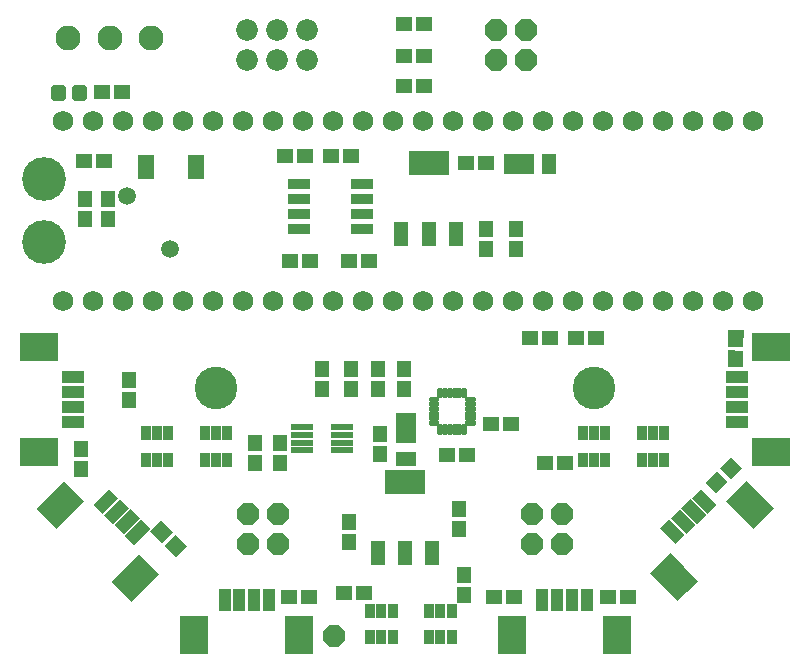
<source format=gbr>
G04 EAGLE Gerber RS-274X export*
G75*
%MOMM*%
%FSLAX34Y34*%
%LPD*%
%INSoldermask Top*%
%IPPOS*%
%AMOC8*
5,1,8,0,0,1.08239X$1,22.5*%
G01*
%ADD10C,3.604800*%
%ADD11C,1.752600*%
%ADD12R,1.304800X1.404800*%
%ADD13R,1.404800X1.304800*%
%ADD14R,1.155600X2.066000*%
%ADD15R,3.455600X2.066000*%
%ADD16C,0.362109*%
%ADD17R,1.904800X0.604800*%
%ADD18P,1.985969X8X202.500000*%
%ADD19R,1.854800X0.904800*%
%ADD20P,1.985969X8X22.500000*%
%ADD21R,2.404800X3.304800*%
%ADD22R,1.104800X1.904800*%
%ADD23R,1.904800X1.104800*%
%ADD24R,3.304800X2.404800*%
%ADD25R,0.904800X1.254800*%
%ADD26P,1.979475X8X22.500000*%
%ADD27C,3.704800*%
%ADD28R,1.444800X2.084800*%
%ADD29R,1.204800X1.704800*%
%ADD30R,2.504800X1.704800*%
%ADD31R,1.704800X1.204800*%
%ADD32R,1.704800X2.504800*%
%ADD33C,2.104800*%
%ADD34C,0.600206*%
%ADD35C,1.834800*%
%ADD36C,1.504800*%


D10*
X350000Y230000D03*
X30000Y230000D03*
D11*
X-99400Y303800D03*
X-74000Y303800D03*
X-48600Y303800D03*
X-23200Y303800D03*
X2200Y303800D03*
X27600Y303800D03*
X53000Y303800D03*
X78400Y303800D03*
X103800Y303800D03*
X129200Y303800D03*
X154600Y303800D03*
X180000Y303800D03*
X205400Y303800D03*
X230800Y303800D03*
X281600Y303800D03*
X307000Y303800D03*
X332400Y303800D03*
X357800Y303800D03*
X230800Y456200D03*
X205400Y456200D03*
X180000Y456200D03*
X154600Y456200D03*
X129200Y456200D03*
X103800Y456200D03*
X78400Y456200D03*
X53000Y456200D03*
X27600Y456200D03*
X2200Y456200D03*
X-23200Y456200D03*
X-48600Y456200D03*
X-74000Y456200D03*
X-99400Y456200D03*
X256200Y303800D03*
X357800Y456200D03*
X332400Y456200D03*
X307000Y456200D03*
X281600Y456200D03*
X256200Y456200D03*
X383200Y303800D03*
X408600Y303800D03*
X434000Y303800D03*
X459400Y303800D03*
X484800Y303800D03*
X484800Y456200D03*
X383200Y456200D03*
X408600Y456200D03*
X434000Y456200D03*
X459400Y456200D03*
D12*
X63000Y166500D03*
X63000Y183500D03*
D13*
X308500Y166000D03*
X325500Y166000D03*
X206500Y538000D03*
X189500Y538000D03*
D14*
X167000Y89750D03*
X190000Y89750D03*
X213000Y89750D03*
D15*
X190000Y150250D03*
D14*
X187000Y359750D03*
X210000Y359750D03*
X233000Y359750D03*
D15*
X210000Y420250D03*
D13*
X-64500Y422000D03*
X-81500Y422000D03*
D12*
X259000Y364500D03*
X259000Y347500D03*
D13*
X241500Y420000D03*
X258500Y420000D03*
D12*
X236000Y110500D03*
X236000Y127500D03*
X143000Y116500D03*
X143000Y99500D03*
X144000Y228500D03*
X144000Y245500D03*
X120000Y228500D03*
X120000Y245500D03*
D13*
X225500Y173000D03*
X242500Y173000D03*
X262500Y199000D03*
X279500Y199000D03*
D12*
X169000Y190500D03*
X169000Y173500D03*
D16*
X211636Y219186D02*
X217464Y219186D01*
X211636Y219186D02*
X211636Y220814D01*
X217464Y220814D01*
X217464Y219186D01*
X217464Y215186D02*
X211636Y215186D01*
X211636Y216814D01*
X217464Y216814D01*
X217464Y215186D01*
X217464Y211186D02*
X211636Y211186D01*
X211636Y212814D01*
X217464Y212814D01*
X217464Y211186D01*
X217464Y207186D02*
X211636Y207186D01*
X211636Y208814D01*
X217464Y208814D01*
X217464Y207186D01*
X217464Y203186D02*
X211636Y203186D01*
X211636Y204814D01*
X217464Y204814D01*
X217464Y203186D01*
X217464Y199186D02*
X211636Y199186D01*
X211636Y200814D01*
X217464Y200814D01*
X217464Y199186D01*
X220814Y197464D02*
X220814Y191636D01*
X219186Y191636D01*
X219186Y197464D01*
X220814Y197464D01*
X220814Y195076D02*
X219186Y195076D01*
X224814Y197464D02*
X224814Y191636D01*
X223186Y191636D01*
X223186Y197464D01*
X224814Y197464D01*
X224814Y195076D02*
X223186Y195076D01*
X228814Y197464D02*
X228814Y191636D01*
X227186Y191636D01*
X227186Y197464D01*
X228814Y197464D01*
X228814Y195076D02*
X227186Y195076D01*
X232814Y197464D02*
X232814Y191636D01*
X231186Y191636D01*
X231186Y197464D01*
X232814Y197464D01*
X232814Y195076D02*
X231186Y195076D01*
X236814Y197464D02*
X236814Y191636D01*
X235186Y191636D01*
X235186Y197464D01*
X236814Y197464D01*
X236814Y195076D02*
X235186Y195076D01*
X240814Y197464D02*
X240814Y191636D01*
X239186Y191636D01*
X239186Y197464D01*
X240814Y197464D01*
X240814Y195076D02*
X239186Y195076D01*
X242536Y200814D02*
X248364Y200814D01*
X248364Y199186D01*
X242536Y199186D01*
X242536Y200814D01*
X242536Y204814D02*
X248364Y204814D01*
X248364Y203186D01*
X242536Y203186D01*
X242536Y204814D01*
X242536Y208814D02*
X248364Y208814D01*
X248364Y207186D01*
X242536Y207186D01*
X242536Y208814D01*
X242536Y212814D02*
X248364Y212814D01*
X248364Y211186D01*
X242536Y211186D01*
X242536Y212814D01*
X242536Y216814D02*
X248364Y216814D01*
X248364Y215186D01*
X242536Y215186D01*
X242536Y216814D01*
X242536Y220814D02*
X248364Y220814D01*
X248364Y219186D01*
X242536Y219186D01*
X242536Y220814D01*
X239186Y222536D02*
X239186Y228364D01*
X240814Y228364D01*
X240814Y222536D01*
X239186Y222536D01*
X239186Y225976D02*
X240814Y225976D01*
X235186Y228364D02*
X235186Y222536D01*
X235186Y228364D02*
X236814Y228364D01*
X236814Y222536D01*
X235186Y222536D01*
X235186Y225976D02*
X236814Y225976D01*
X231186Y228364D02*
X231186Y222536D01*
X231186Y228364D02*
X232814Y228364D01*
X232814Y222536D01*
X231186Y222536D01*
X231186Y225976D02*
X232814Y225976D01*
X227186Y228364D02*
X227186Y222536D01*
X227186Y228364D02*
X228814Y228364D01*
X228814Y222536D01*
X227186Y222536D01*
X227186Y225976D02*
X228814Y225976D01*
X223186Y228364D02*
X223186Y222536D01*
X223186Y228364D02*
X224814Y228364D01*
X224814Y222536D01*
X223186Y222536D01*
X223186Y225976D02*
X224814Y225976D01*
X219186Y228364D02*
X219186Y222536D01*
X219186Y228364D02*
X220814Y228364D01*
X220814Y222536D01*
X219186Y222536D01*
X219186Y225976D02*
X220814Y225976D01*
D12*
X284000Y364500D03*
X284000Y347500D03*
X-81000Y389500D03*
X-81000Y372500D03*
X-61000Y389500D03*
X-61000Y372500D03*
D17*
X137000Y177000D03*
X137000Y183500D03*
X137000Y190000D03*
X137000Y196500D03*
X103000Y196500D03*
X103000Y190000D03*
X103000Y183500D03*
X103000Y177000D03*
D12*
X84000Y183500D03*
X84000Y166500D03*
X189000Y228500D03*
X189000Y245500D03*
X167000Y228500D03*
X167000Y245500D03*
D18*
X322700Y122700D03*
X322700Y97300D03*
X297300Y122700D03*
X297300Y97300D03*
X82700Y122700D03*
X82700Y97300D03*
X57300Y122700D03*
X57300Y97300D03*
D19*
X100000Y402050D03*
X100000Y389350D03*
X100000Y376650D03*
X100000Y363950D03*
X154000Y363950D03*
X154000Y376650D03*
X154000Y389350D03*
X154000Y402050D03*
D13*
X105500Y426000D03*
X88500Y426000D03*
X189500Y511000D03*
X206500Y511000D03*
X144500Y426000D03*
X127500Y426000D03*
X189500Y485000D03*
X206500Y485000D03*
D20*
X267300Y507300D03*
X267300Y532700D03*
X292700Y507300D03*
X292700Y532700D03*
D21*
X11750Y21000D03*
X100250Y21000D03*
D22*
X37250Y50000D03*
X62250Y50000D03*
X49750Y50000D03*
X74750Y50000D03*
D21*
X280750Y21000D03*
X369250Y21000D03*
D22*
X306250Y50000D03*
X331250Y50000D03*
X318750Y50000D03*
X343750Y50000D03*
D21*
G36*
X-104622Y110622D02*
X-121863Y127387D01*
X-98824Y151078D01*
X-81583Y134313D01*
X-104622Y110622D01*
G37*
G36*
X-41176Y48922D02*
X-58417Y65687D01*
X-35378Y89378D01*
X-18137Y72613D01*
X-41176Y48922D01*
G37*
D23*
G36*
X-52624Y136838D02*
X-65903Y123184D01*
X-73824Y130886D01*
X-60545Y144540D01*
X-52624Y136838D01*
G37*
G36*
X-34702Y119409D02*
X-47981Y105755D01*
X-55902Y113457D01*
X-42623Y127111D01*
X-34702Y119409D01*
G37*
G36*
X-43663Y128124D02*
X-56942Y114470D01*
X-64863Y122172D01*
X-51584Y135826D01*
X-43663Y128124D01*
G37*
G36*
X-25740Y110695D02*
X-39019Y97041D01*
X-46940Y104743D01*
X-33661Y118397D01*
X-25740Y110695D01*
G37*
D21*
G36*
X438118Y65789D02*
X420732Y49175D01*
X397900Y73067D01*
X415286Y89681D01*
X438118Y65789D01*
G37*
G36*
X502100Y126933D02*
X484714Y110319D01*
X461882Y134211D01*
X479268Y150825D01*
X502100Y126933D01*
G37*
D23*
G36*
X413823Y118713D02*
X426982Y104943D01*
X418995Y97311D01*
X405836Y111081D01*
X413823Y118713D01*
G37*
G36*
X431897Y135985D02*
X445056Y122215D01*
X437069Y114583D01*
X423910Y128353D01*
X431897Y135985D01*
G37*
G36*
X422860Y127349D02*
X436019Y113579D01*
X428032Y105947D01*
X414873Y119717D01*
X422860Y127349D01*
G37*
G36*
X440934Y144621D02*
X454093Y130851D01*
X446106Y123219D01*
X432947Y136989D01*
X440934Y144621D01*
G37*
D24*
X500000Y175750D03*
X500000Y264250D03*
D23*
X471000Y201250D03*
X471000Y226250D03*
X471000Y213750D03*
X471000Y238750D03*
D24*
X-120000Y264250D03*
X-120000Y175750D03*
D23*
X-91000Y238750D03*
X-91000Y213750D03*
X-91000Y226250D03*
X-91000Y201250D03*
D25*
X-20000Y191250D03*
X-20000Y168750D03*
X-29500Y191250D03*
X-10500Y168750D03*
X-29500Y168750D03*
X-10500Y191250D03*
X400000Y191250D03*
X400000Y168750D03*
X390500Y191250D03*
X409500Y168750D03*
X390500Y168750D03*
X409500Y191250D03*
X30000Y191250D03*
X30000Y168750D03*
X20500Y191250D03*
X39500Y168750D03*
X20500Y168750D03*
X39500Y191250D03*
X350000Y191250D03*
X350000Y168750D03*
X340500Y191250D03*
X359500Y168750D03*
X340500Y168750D03*
X359500Y191250D03*
D26*
X130000Y20000D03*
D13*
G36*
X476511Y261466D02*
X476388Y247420D01*
X463341Y247534D01*
X463464Y261580D01*
X476511Y261466D01*
G37*
G36*
X476659Y278466D02*
X476536Y264420D01*
X463489Y264534D01*
X463612Y278580D01*
X476659Y278466D01*
G37*
G36*
X463569Y150343D02*
X453637Y140411D01*
X444411Y149637D01*
X454343Y159569D01*
X463569Y150343D01*
G37*
G36*
X475589Y162363D02*
X465657Y152431D01*
X456431Y161657D01*
X466363Y171589D01*
X475589Y162363D01*
G37*
D12*
X-84000Y178500D03*
X-84000Y161500D03*
D13*
G36*
X-15657Y98431D02*
X-25589Y108363D01*
X-16363Y117589D01*
X-6431Y107657D01*
X-15657Y98431D01*
G37*
G36*
X-3637Y86411D02*
X-13569Y96343D01*
X-4343Y105569D01*
X5589Y95637D01*
X-3637Y86411D01*
G37*
X361500Y53000D03*
X378500Y53000D03*
D27*
X-116000Y353300D03*
X-116000Y406700D03*
D13*
X91500Y53000D03*
X108500Y53000D03*
D25*
X220000Y41250D03*
X220000Y18750D03*
X210500Y41250D03*
X229500Y18750D03*
X210500Y18750D03*
X229500Y41250D03*
X170000Y41250D03*
X170000Y18750D03*
X160500Y41250D03*
X179500Y18750D03*
X160500Y18750D03*
X179500Y41250D03*
D28*
X-28900Y417000D03*
X12900Y417000D03*
D13*
X92500Y337000D03*
X109500Y337000D03*
X142500Y337000D03*
X159500Y337000D03*
D12*
X240000Y54500D03*
X240000Y71500D03*
D29*
X312000Y419000D03*
D30*
X286500Y419000D03*
D31*
X191000Y170000D03*
D32*
X191000Y195500D03*
D12*
X-44000Y236500D03*
X-44000Y219500D03*
D13*
X334500Y272000D03*
X351500Y272000D03*
X295500Y272000D03*
X312500Y272000D03*
X282500Y53000D03*
X265500Y53000D03*
X138500Y56000D03*
X155500Y56000D03*
D33*
X-60000Y526000D03*
X-25000Y526000D03*
X-95000Y526000D03*
D13*
X-66500Y480000D03*
X-49500Y480000D03*
D34*
X-89753Y476477D02*
X-89753Y483523D01*
X-82707Y483523D01*
X-82707Y476477D01*
X-89753Y476477D01*
X-89753Y482179D02*
X-82707Y482179D01*
X-107293Y483523D02*
X-107293Y476477D01*
X-107293Y483523D02*
X-100247Y483523D01*
X-100247Y476477D01*
X-107293Y476477D01*
X-107293Y482179D02*
X-100247Y482179D01*
D35*
X56600Y532700D03*
X82000Y532700D03*
X107400Y532700D03*
X56600Y507300D03*
X82000Y507300D03*
X107400Y507300D03*
D36*
X-9000Y347000D03*
X-44968Y392000D03*
M02*

</source>
